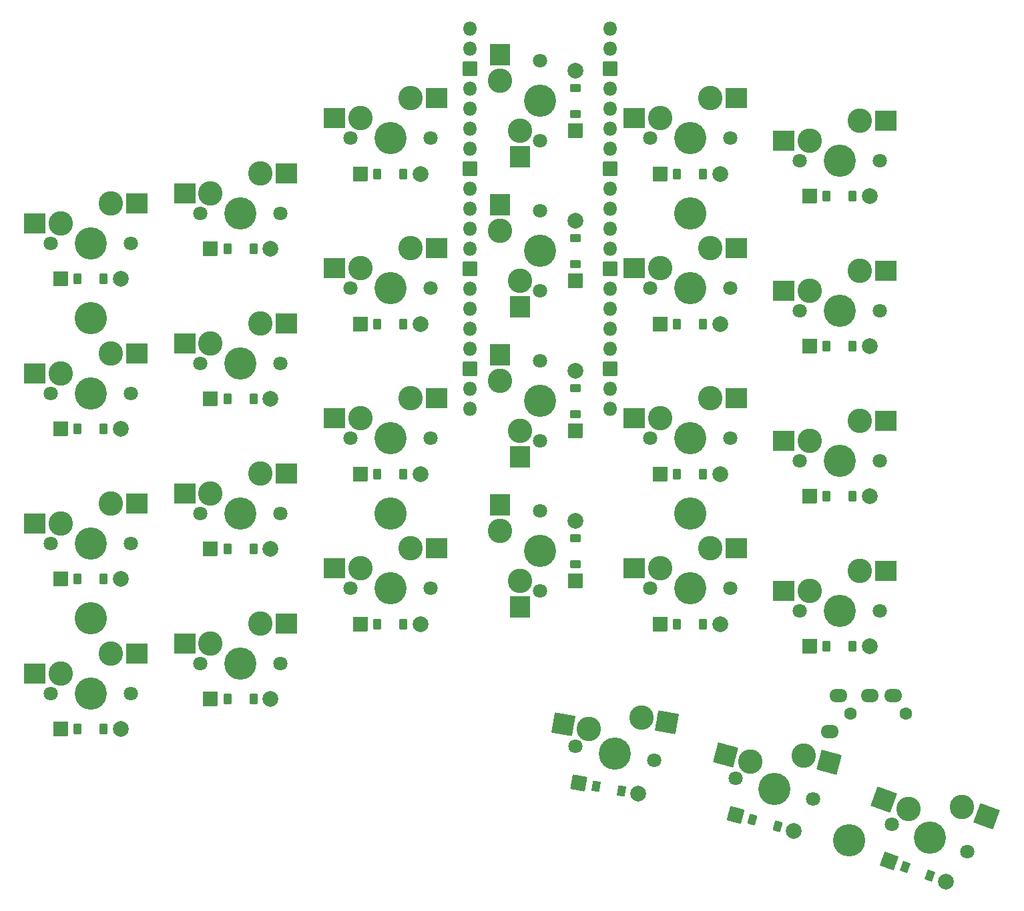
<source format=gbr>
%TF.GenerationSoftware,KiCad,Pcbnew,9.0.3-1.fc42*%
%TF.CreationDate,2025-08-21T15:21:57+02:00*%
%TF.ProjectId,left,6c656674-2e6b-4696-9361-645f70636258,v1.0.0*%
%TF.SameCoordinates,Original*%
%TF.FileFunction,Soldermask,Bot*%
%TF.FilePolarity,Negative*%
%FSLAX46Y46*%
G04 Gerber Fmt 4.6, Leading zero omitted, Abs format (unit mm)*
G04 Created by KiCad (PCBNEW 9.0.3-1.fc42) date 2025-08-21 15:21:57*
%MOMM*%
%LPD*%
G01*
G04 APERTURE LIST*
G04 Aperture macros list*
%AMRoundRect*
0 Rectangle with rounded corners*
0 $1 Rounding radius*
0 $2 $3 $4 $5 $6 $7 $8 $9 X,Y pos of 4 corners*
0 Add a 4 corners polygon primitive as box body*
4,1,4,$2,$3,$4,$5,$6,$7,$8,$9,$2,$3,0*
0 Add four circle primitives for the rounded corners*
1,1,$1+$1,$2,$3*
1,1,$1+$1,$4,$5*
1,1,$1+$1,$6,$7*
1,1,$1+$1,$8,$9*
0 Add four rect primitives between the rounded corners*
20,1,$1+$1,$2,$3,$4,$5,0*
20,1,$1+$1,$4,$5,$6,$7,0*
20,1,$1+$1,$6,$7,$8,$9,0*
20,1,$1+$1,$8,$9,$2,$3,0*%
G04 Aperture macros list end*
%ADD10RoundRect,0.050000X-0.889000X-0.889000X0.889000X-0.889000X0.889000X0.889000X-0.889000X0.889000X0*%
%ADD11RoundRect,0.050000X-0.450000X-0.600000X0.450000X-0.600000X0.450000X0.600000X-0.450000X0.600000X0*%
%ADD12C,2.005000*%
%ADD13C,1.801800*%
%ADD14C,3.100000*%
%ADD15C,4.087800*%
%ADD16RoundRect,0.050000X-1.275000X-1.250000X1.275000X-1.250000X1.275000X1.250000X-1.275000X1.250000X0*%
%ADD17RoundRect,0.050000X1.250000X-1.275000X1.250000X1.275000X-1.250000X1.275000X-1.250000X-1.275000X0*%
%ADD18O,1.800000X1.800000*%
%ADD19RoundRect,0.050000X-0.850000X-0.850000X0.850000X-0.850000X0.850000X0.850000X-0.850000X0.850000X0*%
%ADD20RoundRect,0.050000X0.889000X-0.889000X0.889000X0.889000X-0.889000X0.889000X-0.889000X-0.889000X0*%
%ADD21RoundRect,0.050000X0.600000X-0.450000X0.600000X0.450000X-0.600000X0.450000X-0.600000X-0.450000X0*%
%ADD22C,4.100000*%
%ADD23RoundRect,0.050000X-1.029867X-0.721121X0.721121X-1.029867X1.029867X0.721121X-0.721121X1.029867X0*%
%ADD24RoundRect,0.050000X-0.547352X-0.512743X0.338975X-0.669026X0.547352X0.512743X-0.338975X0.669026X0*%
%ADD25RoundRect,0.050000X-1.625633X-0.738540X0.770583X-1.610691X1.625633X0.738540X-0.770583X1.610691X0*%
%ADD26RoundRect,0.050000X-1.555079X-0.877413X0.908032X-1.537402X1.555079X0.877413X-0.908032X1.537402X0*%
%ADD27RoundRect,0.050000X-1.139443X-0.531331X0.531331X-1.139443X1.139443X0.531331X-0.531331X1.139443X0*%
%ADD28RoundRect,0.050000X-0.628074X-0.409907X0.217650X-0.717725X0.628074X0.409907X-0.217650X0.717725X0*%
%ADD29RoundRect,0.050000X-1.088798X-0.628618X0.628618X-1.088798X1.088798X0.628618X-0.628618X1.088798X0*%
%ADD30RoundRect,0.050000X-0.589958X-0.463087X0.279375X-0.696024X0.589958X0.463087X-0.279375X0.696024X0*%
%ADD31RoundRect,0.050000X-1.472690X-1.009608X1.038570X-1.452411X1.472690X1.009608X-1.038570X1.452411X0*%
%ADD32C,1.600000*%
%ADD33O,2.300000X1.700000*%
G04 APERTURE END LIST*
D10*
%TO.C,D16*%
X141190000Y-132110000D03*
D11*
X143350000Y-132110000D03*
X146650000Y-132110000D03*
D12*
X148810000Y-132110000D03*
%TD*%
D13*
%TO.C,S20*%
X158920000Y-130467500D03*
D14*
X160190000Y-127927500D03*
D15*
X164000000Y-130467500D03*
D14*
X166540000Y-125387500D03*
D13*
X169080000Y-130467500D03*
D16*
X156915000Y-127927500D03*
X169842000Y-125387500D03*
%TD*%
D10*
%TO.C,D9*%
X103190000Y-189260000D03*
D11*
X105350000Y-189260000D03*
X108650000Y-189260000D03*
D12*
X110810000Y-189260000D03*
%TD*%
D10*
%TO.C,D15*%
X141190000Y-151160000D03*
D11*
X143350000Y-151160000D03*
X146650000Y-151160000D03*
D12*
X148810000Y-151160000D03*
%TD*%
D13*
%TO.C,S17*%
X158920000Y-187617500D03*
D14*
X160190000Y-185077500D03*
D15*
X164000000Y-187617500D03*
D14*
X166540000Y-182537500D03*
D13*
X169080000Y-187617500D03*
D16*
X156915000Y-185077500D03*
X169842000Y-182537500D03*
%TD*%
D10*
%TO.C,D3*%
X65190000Y-164495000D03*
D11*
X67350000Y-164495000D03*
X70650000Y-164495000D03*
D12*
X72810000Y-164495000D03*
%TD*%
D10*
%TO.C,D13*%
X141190000Y-189260000D03*
D11*
X143350000Y-189260000D03*
X146650000Y-189260000D03*
D12*
X148810000Y-189260000D03*
%TD*%
D13*
%TO.C,S24*%
X126000000Y-185077500D03*
D14*
X123460000Y-183807500D03*
D15*
X126000000Y-179997500D03*
D14*
X120920000Y-177457500D03*
D13*
X126000000Y-174917500D03*
D17*
X123460000Y-187082500D03*
X120920000Y-174155500D03*
%TD*%
D10*
%TO.C,D8*%
X84190000Y-141635000D03*
D11*
X86350000Y-141635000D03*
X89650000Y-141635000D03*
D12*
X91810000Y-141635000D03*
%TD*%
D13*
%TO.C,S27*%
X126000000Y-127927500D03*
D14*
X123460000Y-126657500D03*
D15*
X126000000Y-122847500D03*
D14*
X120920000Y-120307500D03*
D13*
X126000000Y-117767500D03*
D17*
X123460000Y-129932500D03*
X120920000Y-117005500D03*
%TD*%
D18*
%TO.C,_1*%
X117110000Y-113717500D03*
X117110000Y-116257500D03*
D19*
X117110000Y-118797500D03*
D18*
X117110000Y-121337500D03*
X117110000Y-123877500D03*
X117110000Y-126417500D03*
X117110000Y-128957500D03*
D19*
X117110000Y-131497500D03*
D18*
X117110000Y-134037500D03*
X117110000Y-136577500D03*
X117110000Y-139117500D03*
X117110000Y-141657500D03*
D19*
X117110000Y-144197500D03*
D18*
X117110000Y-146737500D03*
X117110000Y-149277500D03*
X117110000Y-151817500D03*
X117110000Y-154357500D03*
D19*
X117110000Y-156897500D03*
D18*
X117110000Y-159437500D03*
X117110000Y-161977500D03*
X134890000Y-161977500D03*
X134890000Y-159437500D03*
D19*
X134890000Y-156897500D03*
D18*
X134890000Y-154357500D03*
X134890000Y-151817500D03*
X134890000Y-149277500D03*
X134890000Y-146737500D03*
D19*
X134890000Y-144197500D03*
D18*
X134890000Y-141657500D03*
X134890000Y-139117500D03*
X134890000Y-136577500D03*
X134890000Y-134037500D03*
D19*
X134890000Y-131497500D03*
D18*
X134890000Y-128957500D03*
X134890000Y-126417500D03*
X134890000Y-123877500D03*
X134890000Y-121337500D03*
D19*
X134890000Y-118797500D03*
D18*
X134890000Y-116257500D03*
X134890000Y-113717500D03*
%TD*%
D13*
%TO.C,S7*%
X82920000Y-156185000D03*
D14*
X84190000Y-153645000D03*
D15*
X88000000Y-156185000D03*
D14*
X90540000Y-151105000D03*
D13*
X93080000Y-156185000D03*
D16*
X80915000Y-153645000D03*
X93842000Y-151105000D03*
%TD*%
D10*
%TO.C,D11*%
X103190000Y-151160000D03*
D11*
X105350000Y-151160000D03*
X108650000Y-151160000D03*
D12*
X110810000Y-151160000D03*
%TD*%
D13*
%TO.C,S5*%
X82920000Y-194285000D03*
D14*
X84190000Y-191745000D03*
D15*
X88000000Y-194285000D03*
D14*
X90540000Y-189205000D03*
D13*
X93080000Y-194285000D03*
D16*
X80915000Y-191745000D03*
X93842000Y-189205000D03*
%TD*%
D13*
%TO.C,S10*%
X101920000Y-165710000D03*
D14*
X103190000Y-163170000D03*
D15*
X107000000Y-165710000D03*
D14*
X109540000Y-160630000D03*
D13*
X112080000Y-165710000D03*
D16*
X99915000Y-163170000D03*
X112842000Y-160630000D03*
%TD*%
D13*
%TO.C,S18*%
X158920000Y-168567500D03*
D14*
X160190000Y-166027500D03*
D15*
X164000000Y-168567500D03*
D14*
X166540000Y-163487500D03*
D13*
X169080000Y-168567500D03*
D16*
X156915000Y-166027500D03*
X169842000Y-163487500D03*
%TD*%
D20*
%TO.C,D24*%
X130500000Y-183807500D03*
D21*
X130500000Y-181647500D03*
X130500000Y-178347500D03*
D12*
X130500000Y-176187500D03*
%TD*%
D10*
%TO.C,D6*%
X84190000Y-179735000D03*
D11*
X86350000Y-179735000D03*
X89650000Y-179735000D03*
D12*
X91810000Y-179735000D03*
%TD*%
D13*
%TO.C,S11*%
X101920000Y-146660000D03*
D14*
X103190000Y-144120000D03*
D15*
X107000000Y-146660000D03*
D14*
X109540000Y-141580000D03*
D13*
X112080000Y-146660000D03*
D16*
X99915000Y-144120000D03*
X112842000Y-141580000D03*
%TD*%
D10*
%TO.C,D17*%
X160190000Y-192117500D03*
D11*
X162350000Y-192117500D03*
X165650000Y-192117500D03*
D12*
X167810000Y-192117500D03*
%TD*%
D13*
%TO.C,S12*%
X101920000Y-127610000D03*
D14*
X103190000Y-125070000D03*
D15*
X107000000Y-127610000D03*
D14*
X109540000Y-122530000D03*
D13*
X112080000Y-127610000D03*
D16*
X99915000Y-125070000D03*
X112842000Y-122530000D03*
%TD*%
D22*
%TO.C,*%
X165160570Y-216739174D03*
%TD*%
D13*
%TO.C,S16*%
X139920000Y-127610000D03*
D14*
X141190000Y-125070000D03*
D15*
X145000000Y-127610000D03*
D14*
X147540000Y-122530000D03*
D13*
X150080000Y-127610000D03*
D16*
X137915000Y-125070000D03*
X150842000Y-122530000D03*
%TD*%
D20*
%TO.C,D26*%
X130500000Y-145707500D03*
D21*
X130500000Y-143547500D03*
X130500000Y-140247500D03*
D12*
X130500000Y-138087500D03*
%TD*%
D22*
%TO.C,*%
X69000000Y-188570000D03*
%TD*%
D13*
%TO.C,S8*%
X82920000Y-137135000D03*
D14*
X84190000Y-134595000D03*
D15*
X88000000Y-137135000D03*
D14*
X90540000Y-132055000D03*
D13*
X93080000Y-137135000D03*
D16*
X80915000Y-134595000D03*
X93842000Y-132055000D03*
%TD*%
D10*
%TO.C,D5*%
X84190000Y-198785000D03*
D11*
X86350000Y-198785000D03*
X89650000Y-198785000D03*
D12*
X91810000Y-198785000D03*
%TD*%
D22*
%TO.C,*%
X69000000Y-150470000D03*
%TD*%
D13*
%TO.C,S25*%
X126000000Y-166027500D03*
D14*
X123460000Y-164757500D03*
D15*
X126000000Y-160947500D03*
D14*
X120920000Y-158407500D03*
D13*
X126000000Y-155867500D03*
D17*
X123460000Y-168032500D03*
X120920000Y-155105500D03*
%TD*%
D20*
%TO.C,D25*%
X130500000Y-164757500D03*
D21*
X130500000Y-162597500D03*
X130500000Y-159297500D03*
D12*
X130500000Y-157137500D03*
%TD*%
D23*
%TO.C,D21*%
X130941463Y-209485035D03*
D24*
X133068650Y-209860116D03*
X136318516Y-210433154D03*
D12*
X138445703Y-210808235D03*
%TD*%
D10*
%TO.C,D20*%
X160190000Y-134967500D03*
D11*
X162350000Y-134967500D03*
X165650000Y-134967500D03*
D12*
X167810000Y-134967500D03*
%TD*%
D22*
%TO.C,*%
X145000000Y-137135000D03*
%TD*%
D10*
%TO.C,D10*%
X103190000Y-170210000D03*
D11*
X105350000Y-170210000D03*
X108650000Y-170210000D03*
D12*
X110810000Y-170210000D03*
%TD*%
D20*
%TO.C,D27*%
X130500000Y-126657500D03*
D21*
X130500000Y-124497500D03*
X130500000Y-121197500D03*
D12*
X130500000Y-119037500D03*
%TD*%
D13*
%TO.C,S2*%
X63920000Y-179045000D03*
D14*
X65190000Y-176505000D03*
D15*
X69000000Y-179045000D03*
D14*
X71540000Y-173965000D03*
D13*
X74080000Y-179045000D03*
D16*
X61915000Y-176505000D03*
X74842000Y-173965000D03*
%TD*%
D13*
%TO.C,S23*%
X170640600Y-214679225D03*
D14*
X172702741Y-212726771D03*
D15*
X175414239Y-216416687D03*
D14*
X179538522Y-212511780D03*
D13*
X180187878Y-218154149D03*
D25*
X169625248Y-211606655D03*
X182641386Y-213641130D03*
%TD*%
D22*
%TO.C,*%
X107000000Y-175235000D03*
%TD*%
D10*
%TO.C,D19*%
X160190000Y-154017500D03*
D11*
X162350000Y-154017500D03*
X165650000Y-154017500D03*
D12*
X167810000Y-154017500D03*
%TD*%
D10*
%TO.C,D18*%
X160190000Y-173067500D03*
D11*
X162350000Y-173067500D03*
X165650000Y-173067500D03*
D12*
X167810000Y-173067500D03*
%TD*%
D13*
%TO.C,S22*%
X150771339Y-208879150D03*
D14*
X152655465Y-206754399D03*
D15*
X155678242Y-210193951D03*
D14*
X159446494Y-205944448D03*
D13*
X160585145Y-211508752D03*
D26*
X149492058Y-205906766D03*
X162635981Y-206799069D03*
%TD*%
D13*
%TO.C,S26*%
X126000000Y-146977500D03*
D14*
X123460000Y-145707500D03*
D15*
X126000000Y-141897500D03*
D14*
X120920000Y-139357500D03*
D13*
X126000000Y-136817500D03*
D17*
X123460000Y-148982500D03*
X120920000Y-136055500D03*
%TD*%
D10*
%TO.C,D4*%
X65190000Y-145445000D03*
D11*
X67350000Y-145445000D03*
X70650000Y-145445000D03*
D12*
X72810000Y-145445000D03*
%TD*%
D13*
%TO.C,S6*%
X82920000Y-175235000D03*
D14*
X84190000Y-172695000D03*
D15*
X88000000Y-175235000D03*
D14*
X90540000Y-170155000D03*
D13*
X93080000Y-175235000D03*
D16*
X80915000Y-172695000D03*
X93842000Y-170155000D03*
%TD*%
D10*
%TO.C,D1*%
X65190000Y-202595000D03*
D11*
X67350000Y-202595000D03*
X70650000Y-202595000D03*
D12*
X72810000Y-202595000D03*
%TD*%
D10*
%TO.C,D2*%
X65190000Y-183545000D03*
D11*
X67350000Y-183545000D03*
X70650000Y-183545000D03*
D12*
X72810000Y-183545000D03*
%TD*%
D13*
%TO.C,S1*%
X63920000Y-198095000D03*
D14*
X65190000Y-195555000D03*
D15*
X69000000Y-198095000D03*
D14*
X71540000Y-193015000D03*
D13*
X74080000Y-198095000D03*
D16*
X61915000Y-195555000D03*
X74842000Y-193015000D03*
%TD*%
D13*
%TO.C,S14*%
X139920000Y-165710000D03*
D14*
X141190000Y-163170000D03*
D15*
X145000000Y-165710000D03*
D14*
X147540000Y-160630000D03*
D13*
X150080000Y-165710000D03*
D16*
X137915000Y-163170000D03*
X150842000Y-160630000D03*
%TD*%
D10*
%TO.C,D12*%
X103190000Y-132110000D03*
D11*
X105350000Y-132110000D03*
X108650000Y-132110000D03*
D12*
X110810000Y-132110000D03*
%TD*%
D13*
%TO.C,S9*%
X101920000Y-184760000D03*
D14*
X103190000Y-182220000D03*
D15*
X107000000Y-184760000D03*
D14*
X109540000Y-179680000D03*
D13*
X112080000Y-184760000D03*
D16*
X99915000Y-182220000D03*
X112842000Y-179680000D03*
%TD*%
D27*
%TO.C,D23*%
X170294919Y-219342207D03*
D28*
X172324655Y-220080971D03*
X175425641Y-221209637D03*
D12*
X177455377Y-221948401D03*
%TD*%
D29*
%TO.C,D22*%
X150833380Y-213554515D03*
D30*
X152919779Y-214113567D03*
X156107335Y-214967667D03*
D12*
X158193734Y-215526719D03*
%TD*%
D13*
%TO.C,S3*%
X63920000Y-159995000D03*
D14*
X65190000Y-157455000D03*
D15*
X69000000Y-159995000D03*
D14*
X71540000Y-154915000D03*
D13*
X74080000Y-159995000D03*
D16*
X61915000Y-157455000D03*
X74842000Y-154915000D03*
%TD*%
D22*
%TO.C,*%
X145000000Y-175235000D03*
%TD*%
D10*
%TO.C,D7*%
X84190000Y-160685000D03*
D11*
X86350000Y-160685000D03*
X89650000Y-160685000D03*
D12*
X91810000Y-160685000D03*
%TD*%
D13*
%TO.C,S4*%
X63920000Y-140945000D03*
D14*
X65190000Y-138405000D03*
D15*
X69000000Y-140945000D03*
D14*
X71540000Y-135865000D03*
D13*
X74080000Y-140945000D03*
D16*
X61915000Y-138405000D03*
X74842000Y-135865000D03*
%TD*%
D13*
%TO.C,S21*%
X130472177Y-204832867D03*
D14*
X132163949Y-202551989D03*
D15*
X135475000Y-205715000D03*
D14*
X138858544Y-201153243D03*
D13*
X140477823Y-206597133D03*
D31*
X128938703Y-201983291D03*
X142110380Y-201726629D03*
%TD*%
D13*
%TO.C,S19*%
X158920000Y-149517500D03*
D14*
X160190000Y-146977500D03*
D15*
X164000000Y-149517500D03*
D14*
X166540000Y-144437500D03*
D13*
X169080000Y-149517500D03*
D16*
X156915000Y-146977500D03*
X169842000Y-144437500D03*
%TD*%
D10*
%TO.C,D14*%
X141190000Y-170210000D03*
D11*
X143350000Y-170210000D03*
X146650000Y-170210000D03*
D12*
X148810000Y-170210000D03*
%TD*%
D13*
%TO.C,S15*%
X139920000Y-146660000D03*
D14*
X141190000Y-144120000D03*
D15*
X145000000Y-146660000D03*
D14*
X147540000Y-141580000D03*
D13*
X150080000Y-146660000D03*
D16*
X137915000Y-144120000D03*
X150842000Y-141580000D03*
%TD*%
D13*
%TO.C,S13*%
X139920000Y-184760000D03*
D14*
X141190000Y-182220000D03*
D15*
X145000000Y-184760000D03*
D14*
X147540000Y-179680000D03*
D13*
X150080000Y-184760000D03*
D16*
X137915000Y-182220000D03*
X150842000Y-179680000D03*
%TD*%
D32*
%TO.C,TRRS1*%
X172400000Y-200617500D03*
X165400000Y-200617500D03*
D33*
X170800000Y-198317500D03*
X167800000Y-198317500D03*
X163800000Y-198317500D03*
X162700000Y-202917500D03*
%TD*%
M02*

</source>
